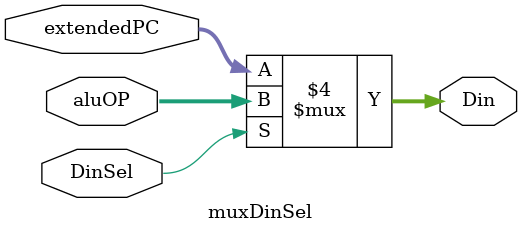
<source format=v>
`timescale 1ns / 1ps

module muxDinSel(aluOP, extendedPC, DinSel, Din);

    input [31 : 0] aluOP;
    input [31 : 0] extendedPC;
    input DinSel;
    
    output reg [31 : 0]Din;
//    output reg [31 : 0]output2;

    always@ (*) begin

        if(DinSel == 1'b1) begin
            Din = aluOP;
//            output2 = extendedPC;
//            output2 = extendedPC - 4;
        end

        else begin
            Din = extendedPC;
//            output2 = aluOP;
        end

    end

endmodule

</source>
